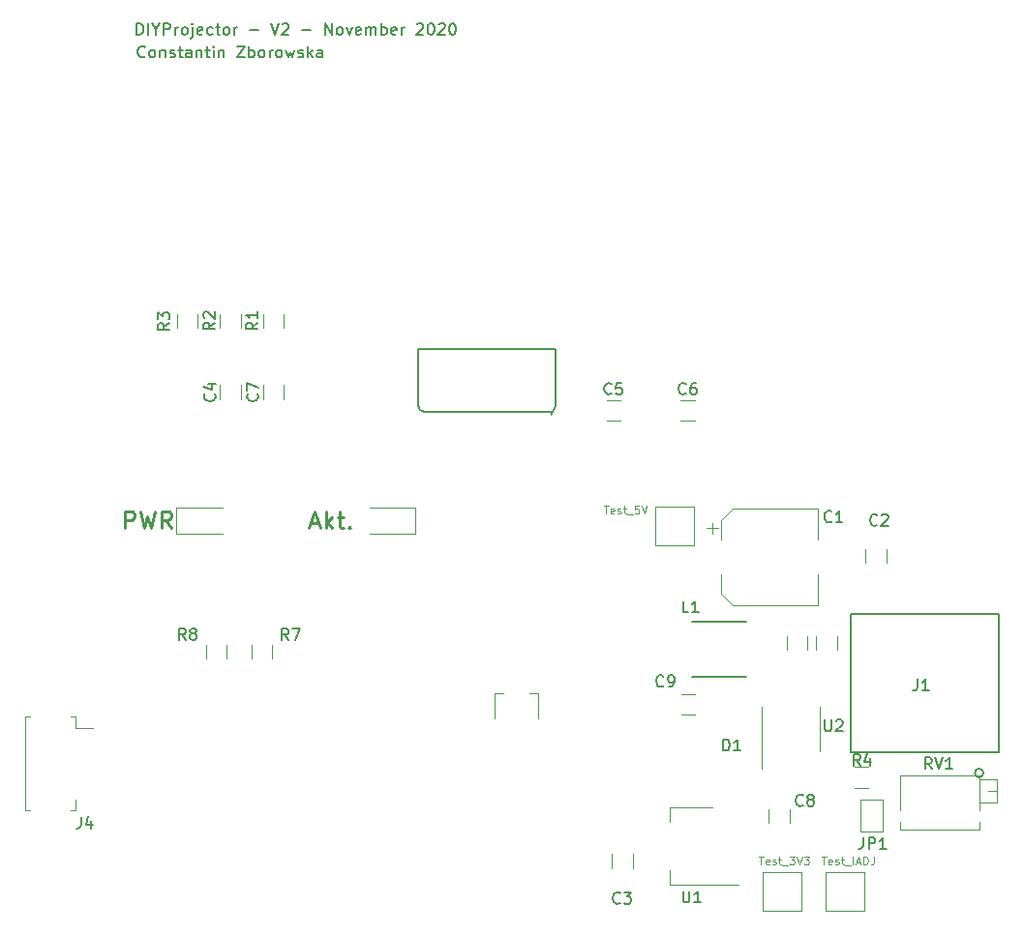
<source format=gbr>
G04 #@! TF.GenerationSoftware,KiCad,Pcbnew,(5.1.2)-2*
G04 #@! TF.CreationDate,2020-11-17T23:24:33+01:00*
G04 #@! TF.ProjectId,MieleProjectorPCB,4d69656c-6550-4726-9f6a-6563746f7250,rev?*
G04 #@! TF.SameCoordinates,Original*
G04 #@! TF.FileFunction,Legend,Top*
G04 #@! TF.FilePolarity,Positive*
%FSLAX46Y46*%
G04 Gerber Fmt 4.6, Leading zero omitted, Abs format (unit mm)*
G04 Created by KiCad (PCBNEW (5.1.2)-2) date 2020-11-17 23:24:33*
%MOMM*%
%LPD*%
G04 APERTURE LIST*
%ADD10C,0.200000*%
%ADD11C,0.100000*%
%ADD12C,0.250000*%
%ADD13C,0.150000*%
%ADD14C,0.152400*%
%ADD15C,0.120000*%
G04 APERTURE END LIST*
D10*
X38773809Y-78857142D02*
X38726190Y-78904761D01*
X38583333Y-78952380D01*
X38488095Y-78952380D01*
X38345238Y-78904761D01*
X38250000Y-78809523D01*
X38202380Y-78714285D01*
X38154761Y-78523809D01*
X38154761Y-78380952D01*
X38202380Y-78190476D01*
X38250000Y-78095238D01*
X38345238Y-78000000D01*
X38488095Y-77952380D01*
X38583333Y-77952380D01*
X38726190Y-78000000D01*
X38773809Y-78047619D01*
X39345238Y-78952380D02*
X39250000Y-78904761D01*
X39202380Y-78857142D01*
X39154761Y-78761904D01*
X39154761Y-78476190D01*
X39202380Y-78380952D01*
X39250000Y-78333333D01*
X39345238Y-78285714D01*
X39488095Y-78285714D01*
X39583333Y-78333333D01*
X39630952Y-78380952D01*
X39678571Y-78476190D01*
X39678571Y-78761904D01*
X39630952Y-78857142D01*
X39583333Y-78904761D01*
X39488095Y-78952380D01*
X39345238Y-78952380D01*
X40107142Y-78285714D02*
X40107142Y-78952380D01*
X40107142Y-78380952D02*
X40154761Y-78333333D01*
X40250000Y-78285714D01*
X40392857Y-78285714D01*
X40488095Y-78333333D01*
X40535714Y-78428571D01*
X40535714Y-78952380D01*
X40964285Y-78904761D02*
X41059523Y-78952380D01*
X41250000Y-78952380D01*
X41345238Y-78904761D01*
X41392857Y-78809523D01*
X41392857Y-78761904D01*
X41345238Y-78666666D01*
X41250000Y-78619047D01*
X41107142Y-78619047D01*
X41011904Y-78571428D01*
X40964285Y-78476190D01*
X40964285Y-78428571D01*
X41011904Y-78333333D01*
X41107142Y-78285714D01*
X41250000Y-78285714D01*
X41345238Y-78333333D01*
X41678571Y-78285714D02*
X42059523Y-78285714D01*
X41821428Y-77952380D02*
X41821428Y-78809523D01*
X41869047Y-78904761D01*
X41964285Y-78952380D01*
X42059523Y-78952380D01*
X42821428Y-78952380D02*
X42821428Y-78428571D01*
X42773809Y-78333333D01*
X42678571Y-78285714D01*
X42488095Y-78285714D01*
X42392857Y-78333333D01*
X42821428Y-78904761D02*
X42726190Y-78952380D01*
X42488095Y-78952380D01*
X42392857Y-78904761D01*
X42345238Y-78809523D01*
X42345238Y-78714285D01*
X42392857Y-78619047D01*
X42488095Y-78571428D01*
X42726190Y-78571428D01*
X42821428Y-78523809D01*
X43297619Y-78285714D02*
X43297619Y-78952380D01*
X43297619Y-78380952D02*
X43345238Y-78333333D01*
X43440476Y-78285714D01*
X43583333Y-78285714D01*
X43678571Y-78333333D01*
X43726190Y-78428571D01*
X43726190Y-78952380D01*
X44059523Y-78285714D02*
X44440476Y-78285714D01*
X44202380Y-77952380D02*
X44202380Y-78809523D01*
X44250000Y-78904761D01*
X44345238Y-78952380D01*
X44440476Y-78952380D01*
X44773809Y-78952380D02*
X44773809Y-78285714D01*
X44773809Y-77952380D02*
X44726190Y-78000000D01*
X44773809Y-78047619D01*
X44821428Y-78000000D01*
X44773809Y-77952380D01*
X44773809Y-78047619D01*
X45250000Y-78285714D02*
X45250000Y-78952380D01*
X45250000Y-78380952D02*
X45297619Y-78333333D01*
X45392857Y-78285714D01*
X45535714Y-78285714D01*
X45630952Y-78333333D01*
X45678571Y-78428571D01*
X45678571Y-78952380D01*
X46821428Y-77952380D02*
X47488095Y-77952380D01*
X46821428Y-78952380D01*
X47488095Y-78952380D01*
X47869047Y-78952380D02*
X47869047Y-77952380D01*
X47869047Y-78333333D02*
X47964285Y-78285714D01*
X48154761Y-78285714D01*
X48250000Y-78333333D01*
X48297619Y-78380952D01*
X48345238Y-78476190D01*
X48345238Y-78761904D01*
X48297619Y-78857142D01*
X48250000Y-78904761D01*
X48154761Y-78952380D01*
X47964285Y-78952380D01*
X47869047Y-78904761D01*
X48916666Y-78952380D02*
X48821428Y-78904761D01*
X48773809Y-78857142D01*
X48726190Y-78761904D01*
X48726190Y-78476190D01*
X48773809Y-78380952D01*
X48821428Y-78333333D01*
X48916666Y-78285714D01*
X49059523Y-78285714D01*
X49154761Y-78333333D01*
X49202380Y-78380952D01*
X49250000Y-78476190D01*
X49250000Y-78761904D01*
X49202380Y-78857142D01*
X49154761Y-78904761D01*
X49059523Y-78952380D01*
X48916666Y-78952380D01*
X49678571Y-78952380D02*
X49678571Y-78285714D01*
X49678571Y-78476190D02*
X49726190Y-78380952D01*
X49773809Y-78333333D01*
X49869047Y-78285714D01*
X49964285Y-78285714D01*
X50440476Y-78952380D02*
X50345238Y-78904761D01*
X50297619Y-78857142D01*
X50250000Y-78761904D01*
X50250000Y-78476190D01*
X50297619Y-78380952D01*
X50345238Y-78333333D01*
X50440476Y-78285714D01*
X50583333Y-78285714D01*
X50678571Y-78333333D01*
X50726190Y-78380952D01*
X50773809Y-78476190D01*
X50773809Y-78761904D01*
X50726190Y-78857142D01*
X50678571Y-78904761D01*
X50583333Y-78952380D01*
X50440476Y-78952380D01*
X51107142Y-78285714D02*
X51297619Y-78952380D01*
X51488095Y-78476190D01*
X51678571Y-78952380D01*
X51869047Y-78285714D01*
X52202380Y-78904761D02*
X52297619Y-78952380D01*
X52488095Y-78952380D01*
X52583333Y-78904761D01*
X52630952Y-78809523D01*
X52630952Y-78761904D01*
X52583333Y-78666666D01*
X52488095Y-78619047D01*
X52345238Y-78619047D01*
X52250000Y-78571428D01*
X52202380Y-78476190D01*
X52202380Y-78428571D01*
X52250000Y-78333333D01*
X52345238Y-78285714D01*
X52488095Y-78285714D01*
X52583333Y-78333333D01*
X53059523Y-78952380D02*
X53059523Y-77952380D01*
X53154761Y-78571428D02*
X53440476Y-78952380D01*
X53440476Y-78285714D02*
X53059523Y-78666666D01*
X54297619Y-78952380D02*
X54297619Y-78428571D01*
X54250000Y-78333333D01*
X54154761Y-78285714D01*
X53964285Y-78285714D01*
X53869047Y-78333333D01*
X54297619Y-78904761D02*
X54202380Y-78952380D01*
X53964285Y-78952380D01*
X53869047Y-78904761D01*
X53821428Y-78809523D01*
X53821428Y-78714285D01*
X53869047Y-78619047D01*
X53964285Y-78571428D01*
X54202380Y-78571428D01*
X54297619Y-78523809D01*
X38071428Y-76952380D02*
X38071428Y-75952380D01*
X38309523Y-75952380D01*
X38452380Y-76000000D01*
X38547619Y-76095238D01*
X38595238Y-76190476D01*
X38642857Y-76380952D01*
X38642857Y-76523809D01*
X38595238Y-76714285D01*
X38547619Y-76809523D01*
X38452380Y-76904761D01*
X38309523Y-76952380D01*
X38071428Y-76952380D01*
X39071428Y-76952380D02*
X39071428Y-75952380D01*
X39738095Y-76476190D02*
X39738095Y-76952380D01*
X39404761Y-75952380D02*
X39738095Y-76476190D01*
X40071428Y-75952380D01*
X40404761Y-76952380D02*
X40404761Y-75952380D01*
X40785714Y-75952380D01*
X40880952Y-76000000D01*
X40928571Y-76047619D01*
X40976190Y-76142857D01*
X40976190Y-76285714D01*
X40928571Y-76380952D01*
X40880952Y-76428571D01*
X40785714Y-76476190D01*
X40404761Y-76476190D01*
X41404761Y-76952380D02*
X41404761Y-76285714D01*
X41404761Y-76476190D02*
X41452380Y-76380952D01*
X41499999Y-76333333D01*
X41595238Y-76285714D01*
X41690476Y-76285714D01*
X42166666Y-76952380D02*
X42071428Y-76904761D01*
X42023809Y-76857142D01*
X41976190Y-76761904D01*
X41976190Y-76476190D01*
X42023809Y-76380952D01*
X42071428Y-76333333D01*
X42166666Y-76285714D01*
X42309523Y-76285714D01*
X42404761Y-76333333D01*
X42452380Y-76380952D01*
X42499999Y-76476190D01*
X42499999Y-76761904D01*
X42452380Y-76857142D01*
X42404761Y-76904761D01*
X42309523Y-76952380D01*
X42166666Y-76952380D01*
X42928571Y-76285714D02*
X42928571Y-77142857D01*
X42880952Y-77238095D01*
X42785714Y-77285714D01*
X42738095Y-77285714D01*
X42928571Y-75952380D02*
X42880952Y-76000000D01*
X42928571Y-76047619D01*
X42976190Y-76000000D01*
X42928571Y-75952380D01*
X42928571Y-76047619D01*
X43785714Y-76904761D02*
X43690476Y-76952380D01*
X43499999Y-76952380D01*
X43404761Y-76904761D01*
X43357142Y-76809523D01*
X43357142Y-76428571D01*
X43404761Y-76333333D01*
X43499999Y-76285714D01*
X43690476Y-76285714D01*
X43785714Y-76333333D01*
X43833333Y-76428571D01*
X43833333Y-76523809D01*
X43357142Y-76619047D01*
X44690476Y-76904761D02*
X44595238Y-76952380D01*
X44404761Y-76952380D01*
X44309523Y-76904761D01*
X44261904Y-76857142D01*
X44214285Y-76761904D01*
X44214285Y-76476190D01*
X44261904Y-76380952D01*
X44309523Y-76333333D01*
X44404761Y-76285714D01*
X44595238Y-76285714D01*
X44690476Y-76333333D01*
X44976190Y-76285714D02*
X45357142Y-76285714D01*
X45119047Y-75952380D02*
X45119047Y-76809523D01*
X45166666Y-76904761D01*
X45261904Y-76952380D01*
X45357142Y-76952380D01*
X45833333Y-76952380D02*
X45738095Y-76904761D01*
X45690476Y-76857142D01*
X45642857Y-76761904D01*
X45642857Y-76476190D01*
X45690476Y-76380952D01*
X45738095Y-76333333D01*
X45833333Y-76285714D01*
X45976190Y-76285714D01*
X46071428Y-76333333D01*
X46119047Y-76380952D01*
X46166666Y-76476190D01*
X46166666Y-76761904D01*
X46119047Y-76857142D01*
X46071428Y-76904761D01*
X45976190Y-76952380D01*
X45833333Y-76952380D01*
X46595238Y-76952380D02*
X46595238Y-76285714D01*
X46595238Y-76476190D02*
X46642857Y-76380952D01*
X46690476Y-76333333D01*
X46785714Y-76285714D01*
X46880952Y-76285714D01*
X47976190Y-76571428D02*
X48738095Y-76571428D01*
X49833333Y-75952380D02*
X50166666Y-76952380D01*
X50499999Y-75952380D01*
X50785714Y-76047619D02*
X50833333Y-76000000D01*
X50928571Y-75952380D01*
X51166666Y-75952380D01*
X51261904Y-76000000D01*
X51309523Y-76047619D01*
X51357142Y-76142857D01*
X51357142Y-76238095D01*
X51309523Y-76380952D01*
X50738095Y-76952380D01*
X51357142Y-76952380D01*
X52547619Y-76571428D02*
X53309523Y-76571428D01*
X54547619Y-76952380D02*
X54547619Y-75952380D01*
X55119047Y-76952380D01*
X55119047Y-75952380D01*
X55738095Y-76952380D02*
X55642857Y-76904761D01*
X55595238Y-76857142D01*
X55547619Y-76761904D01*
X55547619Y-76476190D01*
X55595238Y-76380952D01*
X55642857Y-76333333D01*
X55738095Y-76285714D01*
X55880952Y-76285714D01*
X55976190Y-76333333D01*
X56023809Y-76380952D01*
X56071428Y-76476190D01*
X56071428Y-76761904D01*
X56023809Y-76857142D01*
X55976190Y-76904761D01*
X55880952Y-76952380D01*
X55738095Y-76952380D01*
X56404761Y-76285714D02*
X56642857Y-76952380D01*
X56880952Y-76285714D01*
X57642857Y-76904761D02*
X57547619Y-76952380D01*
X57357142Y-76952380D01*
X57261904Y-76904761D01*
X57214285Y-76809523D01*
X57214285Y-76428571D01*
X57261904Y-76333333D01*
X57357142Y-76285714D01*
X57547619Y-76285714D01*
X57642857Y-76333333D01*
X57690476Y-76428571D01*
X57690476Y-76523809D01*
X57214285Y-76619047D01*
X58119047Y-76952380D02*
X58119047Y-76285714D01*
X58119047Y-76380952D02*
X58166666Y-76333333D01*
X58261904Y-76285714D01*
X58404761Y-76285714D01*
X58499999Y-76333333D01*
X58547619Y-76428571D01*
X58547619Y-76952380D01*
X58547619Y-76428571D02*
X58595238Y-76333333D01*
X58690476Y-76285714D01*
X58833333Y-76285714D01*
X58928571Y-76333333D01*
X58976190Y-76428571D01*
X58976190Y-76952380D01*
X59452380Y-76952380D02*
X59452380Y-75952380D01*
X59452380Y-76333333D02*
X59547619Y-76285714D01*
X59738095Y-76285714D01*
X59833333Y-76333333D01*
X59880952Y-76380952D01*
X59928571Y-76476190D01*
X59928571Y-76761904D01*
X59880952Y-76857142D01*
X59833333Y-76904761D01*
X59738095Y-76952380D01*
X59547619Y-76952380D01*
X59452380Y-76904761D01*
X60738095Y-76904761D02*
X60642857Y-76952380D01*
X60452380Y-76952380D01*
X60357142Y-76904761D01*
X60309523Y-76809523D01*
X60309523Y-76428571D01*
X60357142Y-76333333D01*
X60452380Y-76285714D01*
X60642857Y-76285714D01*
X60738095Y-76333333D01*
X60785714Y-76428571D01*
X60785714Y-76523809D01*
X60309523Y-76619047D01*
X61214285Y-76952380D02*
X61214285Y-76285714D01*
X61214285Y-76476190D02*
X61261904Y-76380952D01*
X61309523Y-76333333D01*
X61404761Y-76285714D01*
X61499999Y-76285714D01*
X62547619Y-76047619D02*
X62595238Y-76000000D01*
X62690476Y-75952380D01*
X62928571Y-75952380D01*
X63023809Y-76000000D01*
X63071428Y-76047619D01*
X63119047Y-76142857D01*
X63119047Y-76238095D01*
X63071428Y-76380952D01*
X62499999Y-76952380D01*
X63119047Y-76952380D01*
X63738095Y-75952380D02*
X63833333Y-75952380D01*
X63928571Y-76000000D01*
X63976190Y-76047619D01*
X64023809Y-76142857D01*
X64071428Y-76333333D01*
X64071428Y-76571428D01*
X64023809Y-76761904D01*
X63976190Y-76857142D01*
X63928571Y-76904761D01*
X63833333Y-76952380D01*
X63738095Y-76952380D01*
X63642857Y-76904761D01*
X63595238Y-76857142D01*
X63547619Y-76761904D01*
X63499999Y-76571428D01*
X63499999Y-76333333D01*
X63547619Y-76142857D01*
X63595238Y-76047619D01*
X63642857Y-76000000D01*
X63738095Y-75952380D01*
X64452380Y-76047619D02*
X64499999Y-76000000D01*
X64595238Y-75952380D01*
X64833333Y-75952380D01*
X64928571Y-76000000D01*
X64976190Y-76047619D01*
X65023809Y-76142857D01*
X65023809Y-76238095D01*
X64976190Y-76380952D01*
X64404761Y-76952380D01*
X65023809Y-76952380D01*
X65642857Y-75952380D02*
X65738095Y-75952380D01*
X65833333Y-76000000D01*
X65880952Y-76047619D01*
X65928571Y-76142857D01*
X65976190Y-76333333D01*
X65976190Y-76571428D01*
X65928571Y-76761904D01*
X65880952Y-76857142D01*
X65833333Y-76904761D01*
X65738095Y-76952380D01*
X65642857Y-76952380D01*
X65547619Y-76904761D01*
X65499999Y-76857142D01*
X65452380Y-76761904D01*
X65404761Y-76571428D01*
X65404761Y-76333333D01*
X65452380Y-76142857D01*
X65499999Y-76047619D01*
X65547619Y-76000000D01*
X65642857Y-75952380D01*
D11*
X78916666Y-118216666D02*
X79316666Y-118216666D01*
X79116666Y-118916666D02*
X79116666Y-118216666D01*
X79816666Y-118883333D02*
X79750000Y-118916666D01*
X79616666Y-118916666D01*
X79550000Y-118883333D01*
X79516666Y-118816666D01*
X79516666Y-118550000D01*
X79550000Y-118483333D01*
X79616666Y-118450000D01*
X79750000Y-118450000D01*
X79816666Y-118483333D01*
X79850000Y-118550000D01*
X79850000Y-118616666D01*
X79516666Y-118683333D01*
X80116666Y-118883333D02*
X80183333Y-118916666D01*
X80316666Y-118916666D01*
X80383333Y-118883333D01*
X80416666Y-118816666D01*
X80416666Y-118783333D01*
X80383333Y-118716666D01*
X80316666Y-118683333D01*
X80216666Y-118683333D01*
X80150000Y-118650000D01*
X80116666Y-118583333D01*
X80116666Y-118550000D01*
X80150000Y-118483333D01*
X80216666Y-118450000D01*
X80316666Y-118450000D01*
X80383333Y-118483333D01*
X80616666Y-118450000D02*
X80883333Y-118450000D01*
X80716666Y-118216666D02*
X80716666Y-118816666D01*
X80750000Y-118883333D01*
X80816666Y-118916666D01*
X80883333Y-118916666D01*
X80950000Y-118983333D02*
X81483333Y-118983333D01*
X81983333Y-118216666D02*
X81650000Y-118216666D01*
X81616666Y-118550000D01*
X81650000Y-118516666D01*
X81716666Y-118483333D01*
X81883333Y-118483333D01*
X81950000Y-118516666D01*
X81983333Y-118550000D01*
X82016666Y-118616666D01*
X82016666Y-118783333D01*
X81983333Y-118850000D01*
X81950000Y-118883333D01*
X81883333Y-118916666D01*
X81716666Y-118916666D01*
X81650000Y-118883333D01*
X81616666Y-118850000D01*
X82216666Y-118216666D02*
X82450000Y-118916666D01*
X82683333Y-118216666D01*
X92483333Y-148916666D02*
X92883333Y-148916666D01*
X92683333Y-149616666D02*
X92683333Y-148916666D01*
X93383333Y-149583333D02*
X93316666Y-149616666D01*
X93183333Y-149616666D01*
X93116666Y-149583333D01*
X93083333Y-149516666D01*
X93083333Y-149250000D01*
X93116666Y-149183333D01*
X93183333Y-149150000D01*
X93316666Y-149150000D01*
X93383333Y-149183333D01*
X93416666Y-149250000D01*
X93416666Y-149316666D01*
X93083333Y-149383333D01*
X93683333Y-149583333D02*
X93750000Y-149616666D01*
X93883333Y-149616666D01*
X93950000Y-149583333D01*
X93983333Y-149516666D01*
X93983333Y-149483333D01*
X93950000Y-149416666D01*
X93883333Y-149383333D01*
X93783333Y-149383333D01*
X93716666Y-149350000D01*
X93683333Y-149283333D01*
X93683333Y-149250000D01*
X93716666Y-149183333D01*
X93783333Y-149150000D01*
X93883333Y-149150000D01*
X93950000Y-149183333D01*
X94183333Y-149150000D02*
X94450000Y-149150000D01*
X94283333Y-148916666D02*
X94283333Y-149516666D01*
X94316666Y-149583333D01*
X94383333Y-149616666D01*
X94450000Y-149616666D01*
X94516666Y-149683333D02*
X95050000Y-149683333D01*
X95150000Y-148916666D02*
X95583333Y-148916666D01*
X95350000Y-149183333D01*
X95450000Y-149183333D01*
X95516666Y-149216666D01*
X95550000Y-149250000D01*
X95583333Y-149316666D01*
X95583333Y-149483333D01*
X95550000Y-149550000D01*
X95516666Y-149583333D01*
X95450000Y-149616666D01*
X95250000Y-149616666D01*
X95183333Y-149583333D01*
X95150000Y-149550000D01*
X95783333Y-148916666D02*
X96016666Y-149616666D01*
X96250000Y-148916666D01*
X96416666Y-148916666D02*
X96850000Y-148916666D01*
X96616666Y-149183333D01*
X96716666Y-149183333D01*
X96783333Y-149216666D01*
X96816666Y-149250000D01*
X96850000Y-149316666D01*
X96850000Y-149483333D01*
X96816666Y-149550000D01*
X96783333Y-149583333D01*
X96716666Y-149616666D01*
X96516666Y-149616666D01*
X96450000Y-149583333D01*
X96416666Y-149550000D01*
X97966666Y-148916666D02*
X98366666Y-148916666D01*
X98166666Y-149616666D02*
X98166666Y-148916666D01*
X98866666Y-149583333D02*
X98800000Y-149616666D01*
X98666666Y-149616666D01*
X98600000Y-149583333D01*
X98566666Y-149516666D01*
X98566666Y-149250000D01*
X98600000Y-149183333D01*
X98666666Y-149150000D01*
X98800000Y-149150000D01*
X98866666Y-149183333D01*
X98900000Y-149250000D01*
X98900000Y-149316666D01*
X98566666Y-149383333D01*
X99166666Y-149583333D02*
X99233333Y-149616666D01*
X99366666Y-149616666D01*
X99433333Y-149583333D01*
X99466666Y-149516666D01*
X99466666Y-149483333D01*
X99433333Y-149416666D01*
X99366666Y-149383333D01*
X99266666Y-149383333D01*
X99200000Y-149350000D01*
X99166666Y-149283333D01*
X99166666Y-149250000D01*
X99200000Y-149183333D01*
X99266666Y-149150000D01*
X99366666Y-149150000D01*
X99433333Y-149183333D01*
X99666666Y-149150000D02*
X99933333Y-149150000D01*
X99766666Y-148916666D02*
X99766666Y-149516666D01*
X99800000Y-149583333D01*
X99866666Y-149616666D01*
X99933333Y-149616666D01*
X100000000Y-149683333D02*
X100533333Y-149683333D01*
X100700000Y-149616666D02*
X100700000Y-148916666D01*
X101000000Y-149416666D02*
X101333333Y-149416666D01*
X100933333Y-149616666D02*
X101166666Y-148916666D01*
X101400000Y-149616666D01*
X101633333Y-149616666D02*
X101633333Y-148916666D01*
X101800000Y-148916666D01*
X101900000Y-148950000D01*
X101966666Y-149016666D01*
X102000000Y-149083333D01*
X102033333Y-149216666D01*
X102033333Y-149316666D01*
X102000000Y-149450000D01*
X101966666Y-149516666D01*
X101900000Y-149583333D01*
X101800000Y-149616666D01*
X101633333Y-149616666D01*
X102533333Y-148916666D02*
X102533333Y-149416666D01*
X102500000Y-149516666D01*
X102433333Y-149583333D01*
X102333333Y-149616666D01*
X102266666Y-149616666D01*
D12*
X37000000Y-120178571D02*
X37000000Y-118678571D01*
X37571428Y-118678571D01*
X37714285Y-118750000D01*
X37785714Y-118821428D01*
X37857142Y-118964285D01*
X37857142Y-119178571D01*
X37785714Y-119321428D01*
X37714285Y-119392857D01*
X37571428Y-119464285D01*
X37000000Y-119464285D01*
X38357142Y-118678571D02*
X38714285Y-120178571D01*
X39000000Y-119107142D01*
X39285714Y-120178571D01*
X39642857Y-118678571D01*
X41071428Y-120178571D02*
X40571428Y-119464285D01*
X40214285Y-120178571D02*
X40214285Y-118678571D01*
X40785714Y-118678571D01*
X40928571Y-118750000D01*
X41000000Y-118821428D01*
X41071428Y-118964285D01*
X41071428Y-119178571D01*
X41000000Y-119321428D01*
X40928571Y-119392857D01*
X40785714Y-119464285D01*
X40214285Y-119464285D01*
X53250000Y-119750000D02*
X53964285Y-119750000D01*
X53107142Y-120178571D02*
X53607142Y-118678571D01*
X54107142Y-120178571D01*
X54607142Y-120178571D02*
X54607142Y-118678571D01*
X54750000Y-119607142D02*
X55178571Y-120178571D01*
X55178571Y-119178571D02*
X54607142Y-119750000D01*
X55607142Y-119178571D02*
X56178571Y-119178571D01*
X55821428Y-118678571D02*
X55821428Y-119964285D01*
X55892857Y-120107142D01*
X56035714Y-120178571D01*
X56178571Y-120178571D01*
X56678571Y-120035714D02*
X56750000Y-120107142D01*
X56678571Y-120178571D01*
X56607142Y-120107142D01*
X56678571Y-120035714D01*
X56678571Y-120178571D01*
D13*
X64800000Y-109970000D02*
X74400000Y-109970000D01*
X64800000Y-109970000D02*
X63200000Y-109970000D01*
X62700000Y-109470000D02*
G75*
G03X63200000Y-109970000I500000J0D01*
G01*
X74700000Y-104470000D02*
X74700000Y-109470000D01*
X62700000Y-104470000D02*
X62700000Y-109470000D01*
X74700000Y-104470000D02*
X62700000Y-104470000D01*
X74499999Y-109870000D02*
G75*
G03X74700000Y-109470000I-299999J400000D01*
G01*
X74499999Y-109870000D02*
G75*
G03X74299998Y-110270000I299999J-400000D01*
G01*
D14*
X112131000Y-141611300D02*
G75*
G03X112131000Y-141611300I-381000J0D01*
G01*
X100520599Y-139833300D02*
X113474599Y-139833300D01*
X100520599Y-127666700D02*
X100520599Y-139833300D01*
X113474599Y-127666700D02*
X100520599Y-127666700D01*
X113474599Y-139833300D02*
X113474599Y-127666700D01*
D15*
X92690000Y-137750000D02*
X92690000Y-141200000D01*
X92690000Y-137750000D02*
X92690000Y-135800000D01*
X97810000Y-137750000D02*
X97810000Y-139700000D01*
X97810000Y-137750000D02*
X97810000Y-135800000D01*
X97660000Y-126960000D02*
X97660000Y-124210000D01*
X97660000Y-118440000D02*
X97660000Y-121190000D01*
X90204437Y-118440000D02*
X97660000Y-118440000D01*
X90204437Y-126960000D02*
X97660000Y-126960000D01*
X89140000Y-125895563D02*
X89140000Y-124210000D01*
X89140000Y-119504437D02*
X89140000Y-121190000D01*
X89140000Y-119504437D02*
X90204437Y-118440000D01*
X89140000Y-125895563D02*
X90204437Y-126960000D01*
X87900000Y-120190000D02*
X88900000Y-120190000D01*
X88400000Y-119690000D02*
X88400000Y-120690000D01*
X103610000Y-123202064D02*
X103610000Y-121997936D01*
X101790000Y-123202064D02*
X101790000Y-121997936D01*
X81460000Y-148710436D02*
X81460000Y-149914564D01*
X79640000Y-148710436D02*
X79640000Y-149914564D01*
X45340000Y-107647936D02*
X45340000Y-108852064D01*
X47160000Y-107647936D02*
X47160000Y-108852064D01*
X79147936Y-110760000D02*
X80352064Y-110760000D01*
X79147936Y-108940000D02*
X80352064Y-108940000D01*
X86852064Y-110760000D02*
X85647936Y-110760000D01*
X86852064Y-108940000D02*
X85647936Y-108940000D01*
X49090000Y-107647936D02*
X49090000Y-108852064D01*
X50910000Y-107647936D02*
X50910000Y-108852064D01*
X93340000Y-145952064D02*
X93340000Y-144747936D01*
X95160000Y-145952064D02*
X95160000Y-144747936D01*
X85697936Y-134690000D02*
X86902064Y-134690000D01*
X85697936Y-136510000D02*
X86902064Y-136510000D01*
X69350000Y-134600000D02*
X70100000Y-134600000D01*
X69350000Y-136850000D02*
X69350000Y-134600000D01*
X73150000Y-134600000D02*
X72400000Y-134600000D01*
X73150000Y-136850000D02*
X73150000Y-134600000D01*
X28290000Y-144910000D02*
X28740000Y-144910000D01*
X28290000Y-136690000D02*
X28290000Y-144910000D01*
X28740000Y-136690000D02*
X28290000Y-136690000D01*
X32710000Y-144910000D02*
X32710000Y-143960000D01*
X32260000Y-144910000D02*
X32710000Y-144910000D01*
X32710000Y-137640000D02*
X34200000Y-137640000D01*
X32710000Y-136690000D02*
X32710000Y-137640000D01*
X32260000Y-136690000D02*
X32710000Y-136690000D01*
X101350000Y-143950000D02*
X103350000Y-143950000D01*
X101350000Y-146750000D02*
X101350000Y-143950000D01*
X103350000Y-146750000D02*
X101350000Y-146750000D01*
X103350000Y-143950000D02*
X103350000Y-146750000D01*
D10*
X86600000Y-133200000D02*
X91400000Y-133200000D01*
X91400000Y-128400000D02*
X86600000Y-128400000D01*
D15*
X50910000Y-102602064D02*
X50910000Y-101397936D01*
X49090000Y-102602064D02*
X49090000Y-101397936D01*
X45340000Y-102602064D02*
X45340000Y-101397936D01*
X47160000Y-102602064D02*
X47160000Y-101397936D01*
X43410000Y-102602064D02*
X43410000Y-101397936D01*
X41590000Y-102602064D02*
X41590000Y-101397936D01*
X100847936Y-141090000D02*
X102052064Y-141090000D01*
X100847936Y-142910000D02*
X102052064Y-142910000D01*
X99310000Y-130802064D02*
X99310000Y-129597936D01*
X97490000Y-130802064D02*
X97490000Y-129597936D01*
X94890000Y-130802064D02*
X94890000Y-129597936D01*
X96710000Y-130802064D02*
X96710000Y-129597936D01*
X111815000Y-146540000D02*
X104865000Y-146540000D01*
X111815000Y-141800000D02*
X104865000Y-141800000D01*
X111815000Y-146540000D02*
X111815000Y-145895000D01*
X111815000Y-144905000D02*
X111815000Y-141800000D01*
X104865000Y-146540000D02*
X104865000Y-145895000D01*
X104865000Y-144905000D02*
X104865000Y-141800000D01*
X113335000Y-144200000D02*
X111816000Y-144200000D01*
X113335000Y-142180000D02*
X111816000Y-142180000D01*
X113335000Y-144200000D02*
X113335000Y-142180000D01*
X111816000Y-144200000D02*
X111816000Y-142180000D01*
X113335000Y-143190000D02*
X112576000Y-143190000D01*
X84690000Y-144590000D02*
X84690000Y-145850000D01*
X84690000Y-151410000D02*
X84690000Y-150150000D01*
X88450000Y-144590000D02*
X84690000Y-144590000D01*
X90700000Y-151410000D02*
X84690000Y-151410000D01*
X58400000Y-120635000D02*
X62460000Y-120635000D01*
X62460000Y-120635000D02*
X62460000Y-118365000D01*
X62460000Y-118365000D02*
X58400000Y-118365000D01*
X41540000Y-120635000D02*
X45600000Y-120635000D01*
X41540000Y-118365000D02*
X41540000Y-120635000D01*
X45600000Y-118365000D02*
X41540000Y-118365000D01*
X49910000Y-130397936D02*
X49910000Y-131602064D01*
X48090000Y-130397936D02*
X48090000Y-131602064D01*
X44090000Y-130397936D02*
X44090000Y-131602064D01*
X45910000Y-130397936D02*
X45910000Y-131602064D01*
X98300000Y-150300000D02*
X101700000Y-150300000D01*
X101700000Y-150300000D02*
X101700000Y-153700000D01*
X101700000Y-153700000D02*
X98300000Y-153700000D01*
X98300000Y-153700000D02*
X98300000Y-150300000D01*
X92800000Y-150300000D02*
X96200000Y-150300000D01*
X96200000Y-150300000D02*
X96200000Y-153700000D01*
X96200000Y-153700000D02*
X92800000Y-153700000D01*
X92800000Y-153700000D02*
X92800000Y-150300000D01*
X83400000Y-121700000D02*
X83400000Y-118300000D01*
X86800000Y-121700000D02*
X83400000Y-121700000D01*
X86800000Y-118300000D02*
X86800000Y-121700000D01*
X83400000Y-118300000D02*
X86800000Y-118300000D01*
D13*
X106336666Y-133392380D02*
X106336666Y-134106666D01*
X106289047Y-134249523D01*
X106193809Y-134344761D01*
X106050952Y-134392380D01*
X105955714Y-134392380D01*
X107336666Y-134392380D02*
X106765238Y-134392380D01*
X107050952Y-134392380D02*
X107050952Y-133392380D01*
X106955714Y-133535238D01*
X106860476Y-133630476D01*
X106765238Y-133678095D01*
X89361904Y-139652380D02*
X89361904Y-138652380D01*
X89600000Y-138652380D01*
X89742857Y-138700000D01*
X89838095Y-138795238D01*
X89885714Y-138890476D01*
X89933333Y-139080952D01*
X89933333Y-139223809D01*
X89885714Y-139414285D01*
X89838095Y-139509523D01*
X89742857Y-139604761D01*
X89600000Y-139652380D01*
X89361904Y-139652380D01*
X90885714Y-139652380D02*
X90314285Y-139652380D01*
X90600000Y-139652380D02*
X90600000Y-138652380D01*
X90504761Y-138795238D01*
X90409523Y-138890476D01*
X90314285Y-138938095D01*
X98238095Y-136952380D02*
X98238095Y-137761904D01*
X98285714Y-137857142D01*
X98333333Y-137904761D01*
X98428571Y-137952380D01*
X98619047Y-137952380D01*
X98714285Y-137904761D01*
X98761904Y-137857142D01*
X98809523Y-137761904D01*
X98809523Y-136952380D01*
X99238095Y-137047619D02*
X99285714Y-137000000D01*
X99380952Y-136952380D01*
X99619047Y-136952380D01*
X99714285Y-137000000D01*
X99761904Y-137047619D01*
X99809523Y-137142857D01*
X99809523Y-137238095D01*
X99761904Y-137380952D01*
X99190476Y-137952380D01*
X99809523Y-137952380D01*
X98833333Y-119557142D02*
X98785714Y-119604761D01*
X98642857Y-119652380D01*
X98547619Y-119652380D01*
X98404761Y-119604761D01*
X98309523Y-119509523D01*
X98261904Y-119414285D01*
X98214285Y-119223809D01*
X98214285Y-119080952D01*
X98261904Y-118890476D01*
X98309523Y-118795238D01*
X98404761Y-118700000D01*
X98547619Y-118652380D01*
X98642857Y-118652380D01*
X98785714Y-118700000D01*
X98833333Y-118747619D01*
X99785714Y-119652380D02*
X99214285Y-119652380D01*
X99500000Y-119652380D02*
X99500000Y-118652380D01*
X99404761Y-118795238D01*
X99309523Y-118890476D01*
X99214285Y-118938095D01*
X102833333Y-119857142D02*
X102785714Y-119904761D01*
X102642857Y-119952380D01*
X102547619Y-119952380D01*
X102404761Y-119904761D01*
X102309523Y-119809523D01*
X102261904Y-119714285D01*
X102214285Y-119523809D01*
X102214285Y-119380952D01*
X102261904Y-119190476D01*
X102309523Y-119095238D01*
X102404761Y-119000000D01*
X102547619Y-118952380D01*
X102642857Y-118952380D01*
X102785714Y-119000000D01*
X102833333Y-119047619D01*
X103214285Y-119047619D02*
X103261904Y-119000000D01*
X103357142Y-118952380D01*
X103595238Y-118952380D01*
X103690476Y-119000000D01*
X103738095Y-119047619D01*
X103785714Y-119142857D01*
X103785714Y-119238095D01*
X103738095Y-119380952D01*
X103166666Y-119952380D01*
X103785714Y-119952380D01*
X80333333Y-152957142D02*
X80285714Y-153004761D01*
X80142857Y-153052380D01*
X80047619Y-153052380D01*
X79904761Y-153004761D01*
X79809523Y-152909523D01*
X79761904Y-152814285D01*
X79714285Y-152623809D01*
X79714285Y-152480952D01*
X79761904Y-152290476D01*
X79809523Y-152195238D01*
X79904761Y-152100000D01*
X80047619Y-152052380D01*
X80142857Y-152052380D01*
X80285714Y-152100000D01*
X80333333Y-152147619D01*
X80666666Y-152052380D02*
X81285714Y-152052380D01*
X80952380Y-152433333D01*
X81095238Y-152433333D01*
X81190476Y-152480952D01*
X81238095Y-152528571D01*
X81285714Y-152623809D01*
X81285714Y-152861904D01*
X81238095Y-152957142D01*
X81190476Y-153004761D01*
X81095238Y-153052380D01*
X80809523Y-153052380D01*
X80714285Y-153004761D01*
X80666666Y-152957142D01*
X44857142Y-108416666D02*
X44904761Y-108464285D01*
X44952380Y-108607142D01*
X44952380Y-108702380D01*
X44904761Y-108845238D01*
X44809523Y-108940476D01*
X44714285Y-108988095D01*
X44523809Y-109035714D01*
X44380952Y-109035714D01*
X44190476Y-108988095D01*
X44095238Y-108940476D01*
X44000000Y-108845238D01*
X43952380Y-108702380D01*
X43952380Y-108607142D01*
X44000000Y-108464285D01*
X44047619Y-108416666D01*
X44285714Y-107559523D02*
X44952380Y-107559523D01*
X43904761Y-107797619D02*
X44619047Y-108035714D01*
X44619047Y-107416666D01*
X79583333Y-108357142D02*
X79535714Y-108404761D01*
X79392857Y-108452380D01*
X79297619Y-108452380D01*
X79154761Y-108404761D01*
X79059523Y-108309523D01*
X79011904Y-108214285D01*
X78964285Y-108023809D01*
X78964285Y-107880952D01*
X79011904Y-107690476D01*
X79059523Y-107595238D01*
X79154761Y-107500000D01*
X79297619Y-107452380D01*
X79392857Y-107452380D01*
X79535714Y-107500000D01*
X79583333Y-107547619D01*
X80488095Y-107452380D02*
X80011904Y-107452380D01*
X79964285Y-107928571D01*
X80011904Y-107880952D01*
X80107142Y-107833333D01*
X80345238Y-107833333D01*
X80440476Y-107880952D01*
X80488095Y-107928571D01*
X80535714Y-108023809D01*
X80535714Y-108261904D01*
X80488095Y-108357142D01*
X80440476Y-108404761D01*
X80345238Y-108452380D01*
X80107142Y-108452380D01*
X80011904Y-108404761D01*
X79964285Y-108357142D01*
X86083333Y-108357142D02*
X86035714Y-108404761D01*
X85892857Y-108452380D01*
X85797619Y-108452380D01*
X85654761Y-108404761D01*
X85559523Y-108309523D01*
X85511904Y-108214285D01*
X85464285Y-108023809D01*
X85464285Y-107880952D01*
X85511904Y-107690476D01*
X85559523Y-107595238D01*
X85654761Y-107500000D01*
X85797619Y-107452380D01*
X85892857Y-107452380D01*
X86035714Y-107500000D01*
X86083333Y-107547619D01*
X86940476Y-107452380D02*
X86750000Y-107452380D01*
X86654761Y-107500000D01*
X86607142Y-107547619D01*
X86511904Y-107690476D01*
X86464285Y-107880952D01*
X86464285Y-108261904D01*
X86511904Y-108357142D01*
X86559523Y-108404761D01*
X86654761Y-108452380D01*
X86845238Y-108452380D01*
X86940476Y-108404761D01*
X86988095Y-108357142D01*
X87035714Y-108261904D01*
X87035714Y-108023809D01*
X86988095Y-107928571D01*
X86940476Y-107880952D01*
X86845238Y-107833333D01*
X86654761Y-107833333D01*
X86559523Y-107880952D01*
X86511904Y-107928571D01*
X86464285Y-108023809D01*
X48607142Y-108416666D02*
X48654761Y-108464285D01*
X48702380Y-108607142D01*
X48702380Y-108702380D01*
X48654761Y-108845238D01*
X48559523Y-108940476D01*
X48464285Y-108988095D01*
X48273809Y-109035714D01*
X48130952Y-109035714D01*
X47940476Y-108988095D01*
X47845238Y-108940476D01*
X47750000Y-108845238D01*
X47702380Y-108702380D01*
X47702380Y-108607142D01*
X47750000Y-108464285D01*
X47797619Y-108416666D01*
X47702380Y-108083333D02*
X47702380Y-107416666D01*
X48702380Y-107845238D01*
X96333333Y-144407142D02*
X96285714Y-144454761D01*
X96142857Y-144502380D01*
X96047619Y-144502380D01*
X95904761Y-144454761D01*
X95809523Y-144359523D01*
X95761904Y-144264285D01*
X95714285Y-144073809D01*
X95714285Y-143930952D01*
X95761904Y-143740476D01*
X95809523Y-143645238D01*
X95904761Y-143550000D01*
X96047619Y-143502380D01*
X96142857Y-143502380D01*
X96285714Y-143550000D01*
X96333333Y-143597619D01*
X96904761Y-143930952D02*
X96809523Y-143883333D01*
X96761904Y-143835714D01*
X96714285Y-143740476D01*
X96714285Y-143692857D01*
X96761904Y-143597619D01*
X96809523Y-143550000D01*
X96904761Y-143502380D01*
X97095238Y-143502380D01*
X97190476Y-143550000D01*
X97238095Y-143597619D01*
X97285714Y-143692857D01*
X97285714Y-143740476D01*
X97238095Y-143835714D01*
X97190476Y-143883333D01*
X97095238Y-143930952D01*
X96904761Y-143930952D01*
X96809523Y-143978571D01*
X96761904Y-144026190D01*
X96714285Y-144121428D01*
X96714285Y-144311904D01*
X96761904Y-144407142D01*
X96809523Y-144454761D01*
X96904761Y-144502380D01*
X97095238Y-144502380D01*
X97190476Y-144454761D01*
X97238095Y-144407142D01*
X97285714Y-144311904D01*
X97285714Y-144121428D01*
X97238095Y-144026190D01*
X97190476Y-143978571D01*
X97095238Y-143930952D01*
X84133333Y-133957142D02*
X84085714Y-134004761D01*
X83942857Y-134052380D01*
X83847619Y-134052380D01*
X83704761Y-134004761D01*
X83609523Y-133909523D01*
X83561904Y-133814285D01*
X83514285Y-133623809D01*
X83514285Y-133480952D01*
X83561904Y-133290476D01*
X83609523Y-133195238D01*
X83704761Y-133100000D01*
X83847619Y-133052380D01*
X83942857Y-133052380D01*
X84085714Y-133100000D01*
X84133333Y-133147619D01*
X84609523Y-134052380D02*
X84800000Y-134052380D01*
X84895238Y-134004761D01*
X84942857Y-133957142D01*
X85038095Y-133814285D01*
X85085714Y-133623809D01*
X85085714Y-133242857D01*
X85038095Y-133147619D01*
X84990476Y-133100000D01*
X84895238Y-133052380D01*
X84704761Y-133052380D01*
X84609523Y-133100000D01*
X84561904Y-133147619D01*
X84514285Y-133242857D01*
X84514285Y-133480952D01*
X84561904Y-133576190D01*
X84609523Y-133623809D01*
X84704761Y-133671428D01*
X84895238Y-133671428D01*
X84990476Y-133623809D01*
X85038095Y-133576190D01*
X85085714Y-133480952D01*
X33166666Y-145452380D02*
X33166666Y-146166666D01*
X33119047Y-146309523D01*
X33023809Y-146404761D01*
X32880952Y-146452380D01*
X32785714Y-146452380D01*
X34071428Y-145785714D02*
X34071428Y-146452380D01*
X33833333Y-145404761D02*
X33595238Y-146119047D01*
X34214285Y-146119047D01*
X101616666Y-147252380D02*
X101616666Y-147966666D01*
X101569047Y-148109523D01*
X101473809Y-148204761D01*
X101330952Y-148252380D01*
X101235714Y-148252380D01*
X102092857Y-148252380D02*
X102092857Y-147252380D01*
X102473809Y-147252380D01*
X102569047Y-147300000D01*
X102616666Y-147347619D01*
X102664285Y-147442857D01*
X102664285Y-147585714D01*
X102616666Y-147680952D01*
X102569047Y-147728571D01*
X102473809Y-147776190D01*
X102092857Y-147776190D01*
X103616666Y-148252380D02*
X103045238Y-148252380D01*
X103330952Y-148252380D02*
X103330952Y-147252380D01*
X103235714Y-147395238D01*
X103140476Y-147490476D01*
X103045238Y-147538095D01*
X86333333Y-127552380D02*
X85857142Y-127552380D01*
X85857142Y-126552380D01*
X87190476Y-127552380D02*
X86619047Y-127552380D01*
X86904761Y-127552380D02*
X86904761Y-126552380D01*
X86809523Y-126695238D01*
X86714285Y-126790476D01*
X86619047Y-126838095D01*
X48632380Y-102166666D02*
X48156190Y-102500000D01*
X48632380Y-102738095D02*
X47632380Y-102738095D01*
X47632380Y-102357142D01*
X47680000Y-102261904D01*
X47727619Y-102214285D01*
X47822857Y-102166666D01*
X47965714Y-102166666D01*
X48060952Y-102214285D01*
X48108571Y-102261904D01*
X48156190Y-102357142D01*
X48156190Y-102738095D01*
X48632380Y-101214285D02*
X48632380Y-101785714D01*
X48632380Y-101500000D02*
X47632380Y-101500000D01*
X47775238Y-101595238D01*
X47870476Y-101690476D01*
X47918095Y-101785714D01*
X44882380Y-102166666D02*
X44406190Y-102500000D01*
X44882380Y-102738095D02*
X43882380Y-102738095D01*
X43882380Y-102357142D01*
X43930000Y-102261904D01*
X43977619Y-102214285D01*
X44072857Y-102166666D01*
X44215714Y-102166666D01*
X44310952Y-102214285D01*
X44358571Y-102261904D01*
X44406190Y-102357142D01*
X44406190Y-102738095D01*
X43977619Y-101785714D02*
X43930000Y-101738095D01*
X43882380Y-101642857D01*
X43882380Y-101404761D01*
X43930000Y-101309523D01*
X43977619Y-101261904D01*
X44072857Y-101214285D01*
X44168095Y-101214285D01*
X44310952Y-101261904D01*
X44882380Y-101833333D01*
X44882380Y-101214285D01*
X40922380Y-102216666D02*
X40446190Y-102550000D01*
X40922380Y-102788095D02*
X39922380Y-102788095D01*
X39922380Y-102407142D01*
X39970000Y-102311904D01*
X40017619Y-102264285D01*
X40112857Y-102216666D01*
X40255714Y-102216666D01*
X40350952Y-102264285D01*
X40398571Y-102311904D01*
X40446190Y-102407142D01*
X40446190Y-102788095D01*
X39922380Y-101883333D02*
X39922380Y-101264285D01*
X40303333Y-101597619D01*
X40303333Y-101454761D01*
X40350952Y-101359523D01*
X40398571Y-101311904D01*
X40493809Y-101264285D01*
X40731904Y-101264285D01*
X40827142Y-101311904D01*
X40874761Y-101359523D01*
X40922380Y-101454761D01*
X40922380Y-101740476D01*
X40874761Y-101835714D01*
X40827142Y-101883333D01*
X101333333Y-140952380D02*
X101000000Y-140476190D01*
X100761904Y-140952380D02*
X100761904Y-139952380D01*
X101142857Y-139952380D01*
X101238095Y-140000000D01*
X101285714Y-140047619D01*
X101333333Y-140142857D01*
X101333333Y-140285714D01*
X101285714Y-140380952D01*
X101238095Y-140428571D01*
X101142857Y-140476190D01*
X100761904Y-140476190D01*
X102190476Y-140285714D02*
X102190476Y-140952380D01*
X101952380Y-139904761D02*
X101714285Y-140619047D01*
X102333333Y-140619047D01*
X107604761Y-141252380D02*
X107271428Y-140776190D01*
X107033333Y-141252380D02*
X107033333Y-140252380D01*
X107414285Y-140252380D01*
X107509523Y-140300000D01*
X107557142Y-140347619D01*
X107604761Y-140442857D01*
X107604761Y-140585714D01*
X107557142Y-140680952D01*
X107509523Y-140728571D01*
X107414285Y-140776190D01*
X107033333Y-140776190D01*
X107890476Y-140252380D02*
X108223809Y-141252380D01*
X108557142Y-140252380D01*
X109414285Y-141252380D02*
X108842857Y-141252380D01*
X109128571Y-141252380D02*
X109128571Y-140252380D01*
X109033333Y-140395238D01*
X108938095Y-140490476D01*
X108842857Y-140538095D01*
X85838095Y-151952380D02*
X85838095Y-152761904D01*
X85885714Y-152857142D01*
X85933333Y-152904761D01*
X86028571Y-152952380D01*
X86219047Y-152952380D01*
X86314285Y-152904761D01*
X86361904Y-152857142D01*
X86409523Y-152761904D01*
X86409523Y-151952380D01*
X87409523Y-152952380D02*
X86838095Y-152952380D01*
X87123809Y-152952380D02*
X87123809Y-151952380D01*
X87028571Y-152095238D01*
X86933333Y-152190476D01*
X86838095Y-152238095D01*
X51333333Y-129952380D02*
X51000000Y-129476190D01*
X50761904Y-129952380D02*
X50761904Y-128952380D01*
X51142857Y-128952380D01*
X51238095Y-129000000D01*
X51285714Y-129047619D01*
X51333333Y-129142857D01*
X51333333Y-129285714D01*
X51285714Y-129380952D01*
X51238095Y-129428571D01*
X51142857Y-129476190D01*
X50761904Y-129476190D01*
X51666666Y-128952380D02*
X52333333Y-128952380D01*
X51904761Y-129952380D01*
X42333333Y-129952380D02*
X42000000Y-129476190D01*
X41761904Y-129952380D02*
X41761904Y-128952380D01*
X42142857Y-128952380D01*
X42238095Y-129000000D01*
X42285714Y-129047619D01*
X42333333Y-129142857D01*
X42333333Y-129285714D01*
X42285714Y-129380952D01*
X42238095Y-129428571D01*
X42142857Y-129476190D01*
X41761904Y-129476190D01*
X42904761Y-129380952D02*
X42809523Y-129333333D01*
X42761904Y-129285714D01*
X42714285Y-129190476D01*
X42714285Y-129142857D01*
X42761904Y-129047619D01*
X42809523Y-129000000D01*
X42904761Y-128952380D01*
X43095238Y-128952380D01*
X43190476Y-129000000D01*
X43238095Y-129047619D01*
X43285714Y-129142857D01*
X43285714Y-129190476D01*
X43238095Y-129285714D01*
X43190476Y-129333333D01*
X43095238Y-129380952D01*
X42904761Y-129380952D01*
X42809523Y-129428571D01*
X42761904Y-129476190D01*
X42714285Y-129571428D01*
X42714285Y-129761904D01*
X42761904Y-129857142D01*
X42809523Y-129904761D01*
X42904761Y-129952380D01*
X43095238Y-129952380D01*
X43190476Y-129904761D01*
X43238095Y-129857142D01*
X43285714Y-129761904D01*
X43285714Y-129571428D01*
X43238095Y-129476190D01*
X43190476Y-129428571D01*
X43095238Y-129380952D01*
M02*

</source>
